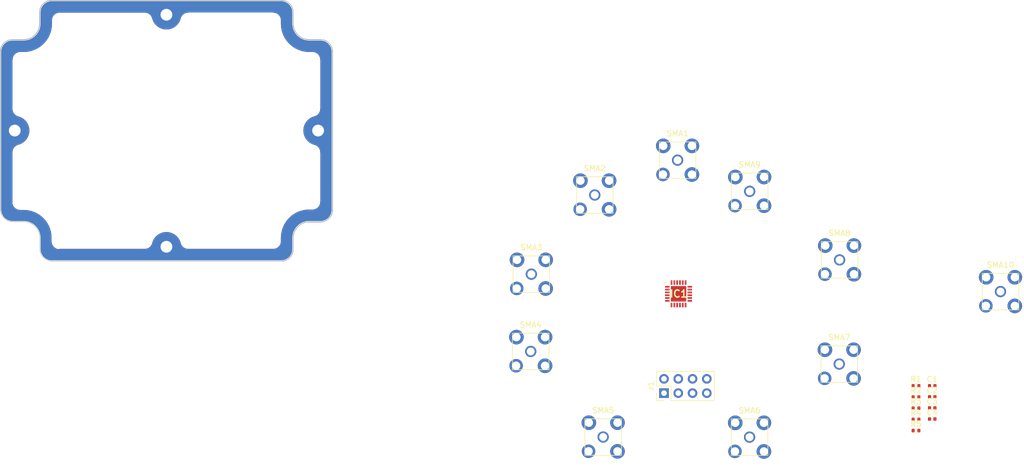
<source format=kicad_pcb>
(kicad_pcb (version 20240108) (generator "pcbnew") (generator_version "8.0")
  (layers (0 "F.Cu" signal) (31 "B.Cu" signal) (34 "B.Paste" user) (35 "F.Paste" user) (36 "B.SilkS" user "B.Silkscreen") (37 "F.SilkS" user "F.Silkscreen") (38 "B.Mask" user) (39 "F.Mask" user) (44 "Edge.Cuts" user))
  (net 0 "")
  (net 1 "GND")
  (net 2 "/Vdd")
  (net 3 "Net-(IC1-RFC)")
  (net 4 "Net-(C4-Pad2)")
  (net 5 "Net-(IC1-RF6)")
  (net 6 "Net-(IC1-RF4)")
  (net 8 "Net-(IC1-RF3)")
  (net 9 "Net-(IC1-RF2)")
  (net 10 "Net-(IC1-RF1)")
  (net 11 "Net-(IC1-V3)")
  (net 12 "Net-(IC1-RF5)")
  (net 13 "Net-(IC1-LS)")
  (net 14 "Net-(IC1-V4)")
  (net 15 "Net-(IC1-V2)")
  (net 16 "Net-(IC1-RF7)")
  (net 17 "Net-(IC1-V1)")
  (net 18 "Net-(IC1-RF8)")
  (footprint "Resistor_SMD:R_0402_1005Metric" (layer "F.Cu") (at 104.5452 93.8708)
    (property "Reference" "R3" (at 0 -1.17 0) (layer "F.SilkS"))
    (property "Value" "1K")
    (fp_line (start -0.153641 -0.38) (end 0.153641 -0.38) (stroke (width 0.12)) (layer "F.SilkS"))
    (fp_line (start -0.153641 0.38) (end 0.153641 0.38) (stroke (width 0.12)) (layer "F.SilkS"))
    (pad "1" smd roundrect (at -0.51 0) (size 0.54 0.64) (layers "F.Cu" "F.Paste" "F.Mask") (net 1 "GND"))
    (pad "2" smd roundrect (at 0.51 0) (size 0.54 0.64) (layers "F.Cu" "F.Paste" "F.Mask") (net 11 "Net-(IC1-V3)"))
  )
  (footprint "MUSIC_Lab:QFN50P400X400X90-25N" (layer "F.Cu") (at 62.2808 73.5076)
    (property "Reference" "IC1" (at 0 0 0) (layer "F.SilkS") (effects (font (size 1.27 1.27) (thickness 0.254))))
    (property "Value" "Switch_PE426482A-X" (hide yes))
    (fp_circle (center -2.4 -1.88) (end -2.4 -1.755) (stroke (width 0.25)) (fill none) (layer "F.SilkS"))
    (pad "1" smd rect (at -2 -1.25 90) (size 0.3 0.8) (layers "F.Cu" "F.Paste" "F.Mask") (net 13 "Net-(IC1-LS)"))
    (pad "2" smd rect (at -2 -0.75 90) (size 0.3 0.8) (layers "F.Cu" "F.Paste" "F.Mask") (net 9 "Net-(IC1-RF2)"))
    (pad "3" smd rect (at -2 -0.25 90) (size 0.3 0.8) (layers "F.Cu" "F.Paste" "F.Mask") (net 1 "GND"))
    (pad "4" smd rect (at -2 0.25 90) (size 0.3 0.8) (layers "F.Cu" "F.Paste" "F.Mask") (net 8 "Net-(IC1-RF3)"))
    (pad "5" smd rect (at -2 0.75 90) (size 0.3 0.8) (layers "F.Cu" "F.Paste" "F.Mask") (net 1 "GND"))
    (pad "6" smd rect (at -2 1.25 90) (size 0.3 0.8) (layers "F.Cu" "F.Paste" "F.Mask") (net 6 "Net-(IC1-RF4)"))
    (pad "7" smd rect (at -1.25 2) (size 0.3 0.8) (layers "F.Cu" "F.Paste" "F.Mask") (net 1 "GND"))
    (pad "8" smd rect (at -0.75 2) (size 0.3 0.8) (layers "F.Cu" "F.Paste" "F.Mask") (net 2 "/Vdd"))
    (pad "9" smd rect (at -0.25 2) (size 0.3 0.8) (layers "F.Cu" "F.Paste" "F.Mask") (net 17 "Net-(IC1-V1)"))
    (pad "10" smd rect (at 0.25 2) (size 0.3 0.8) (layers "F.Cu" "F.Paste" "F.Mask") (net 15 "Net-(IC1-V2)"))
    (pad "11" smd rect (at 0.75 2) (size 0.3 0.8) (layers "F.Cu" "F.Paste" "F.Mask") (net 11 "Net-(IC1-V3)"))
    (pad "12" smd rect (at 1.25 2) (size 0.3 0.8) (layers "F.Cu" "F.Paste" "F.Mask") (net 14 "Net-(IC1-V4)"))
    (pad "13" smd rect (at 2 1.25 90) (size 0.3 0.8) (layers "F.Cu" "F.Paste" "F.Mask") (net 12 "Net-(IC1-RF5)"))
    (pad "14" smd rect (at 2 0.75 90) (size 0.3 0.8) (layers "F.Cu" "F.Paste" "F.Mask") (net 1 "GND"))
    (pad "15" smd rect (at 2 0.25 90) (size 0.3 0.8) (layers "F.Cu" "F.Paste" "F.Mask") (net 5 "Net-(IC1-RF6)"))
    (pad "16" smd rect (at 2 -0.25 90) (size 0.3 0.8) (layers "F.Cu" "F.Paste" "F.Mask") (net 1 "GND"))
    (pad "17" smd rect (at 2 -0.75 90) (size 0.3 0.8) (layers "F.Cu" "F.Paste" "F.Mask") (net 16 "Net-(IC1-RF7)"))
    (pad "18" smd rect (at 2 -1.25 90) (size 0.3 0.8) (layers "F.Cu" "F.Paste" "F.Mask") (net 1 "GND"))
    (pad "19" smd rect (at 1.25 -2) (size 0.3 0.8) (layers "F.Cu" "F.Paste" "F.Mask") (net 18 "Net-(IC1-RF8)"))
    (pad "20" smd rect (at 0.75 -2) (size 0.3 0.8) (layers "F.Cu" "F.Paste" "F.Mask"))
    (pad "21" smd rect (at 0.25 -2) (size 0.3 0.8) (layers "F.Cu" "F.Paste" "F.Mask") (net 1 "GND"))
    (pad "22" smd rect (at -0.25 -2) (size 0.3 0.8) (layers "F.Cu" "F.Paste" "F.Mask") (net 3 "Net-(IC1-RFC)"))
    (pad "23" smd rect (at -0.75 -2) (size 0.3 0.8) (layers "F.Cu" "F.Paste" "F.Mask") (net 1 "GND"))
    (pad "24" smd rect (at -1.25 -2) (size 0.3 0.8) (layers "F.Cu" "F.Paste" "F.Mask") (net 10 "Net-(IC1-RF1)"))
    (pad "25" smd rect (at 0 0) (size 2.75 2.75) (layers "F.Cu" "F.Paste" "F.Mask") (net 1 "GND"))
  )
  (footprint "MUSIC_Lab:SMA_KHD_Back" (layer "F.Cu") (at 62.106 49.7232)
    (property "Reference" "SMA1" (at 0 -4.75 0) (layer "F.SilkS"))
    (property "Value" "~")
    (fp_rect (start -3.25 -3.25) (end 3.25 3.25) (stroke (width 0.12)) (fill none) (layer "F.SilkS"))
    (pad "1" thru_hole circle (at 0 0) (size 2 2) (drill 1.4) (layers "*.Cu" "*.Mask") (net 4 "Net-(C4-Pad2)"))
    (pad "2" thru_hole circle (at -2.6 2.54) (size 2.4 2.4) (drill 1.5) (layers "*.Cu" "*.Mask") (net 1 "GND"))
    (pad "2" thru_hole circle (at -2.55 -2.55) (size 2.6 2.6) (drill 1.5) (layers "*.Cu" "*.Mask") (net 1 "GND"))
    (pad "2" thru_hole circle (at 2.55 -2.55) (size 2.6 2.6) (drill 1.5) (layers "*.Cu" "*.Mask") (net 1 "GND"))
    (pad "2" thru_hole circle (at 2.55 2.55) (size 2.6 2.6) (drill 1.5) (layers "*.Cu" "*.Mask") (net 1 "GND"))
  )
  (footprint "Resistor_SMD:R_0402_1005Metric" (layer "F.Cu") (at 104.5452 91.8808)
    (property "Reference" "R2" (at 0 -1.17 0) (layer "F.SilkS"))
    (property "Value" "1K")
    (fp_line (start -0.153641 -0.38) (end 0.153641 -0.38) (stroke (width 0.12)) (layer "F.SilkS"))
    (fp_line (start -0.153641 0.38) (end 0.153641 0.38) (stroke (width 0.12)) (layer "F.SilkS"))
    (pad "1" smd roundrect (at -0.51 0) (size 0.54 0.64) (layers "F.Cu" "F.Paste" "F.Mask") (net 2 "/Vdd"))
    (pad "2" smd roundrect (at 0.51 0) (size 0.54 0.64) (layers "F.Cu" "F.Paste" "F.Mask") (net 14 "Net-(IC1-V4)"))
  )
  (footprint "MUSIC_Lab:SMA_KHD_Back" (layer "F.Cu") (at 35.9664 83.7692)
    (property "Reference" "SMA4" (at 0 -4.75 0) (layer "F.SilkS"))
    (property "Value" "~")
    (fp_rect (start -3.25 -3.25) (end 3.25 3.25) (stroke (width 0.12)) (fill none) (layer "F.SilkS"))
    (pad "1" thru_hole circle (at 0 0) (size 2 2) (drill 1.4) (layers "*.Cu" "*.Mask") (net 8 "Net-(IC1-RF3)"))
    (pad "2" thru_hole circle (at -2.6 2.54) (size 2.4 2.4) (drill 1.5) (layers "*.Cu" "*.Mask") (net 1 "GND"))
    (pad "2" thru_hole circle (at -2.55 -2.55) (size 2.6 2.6) (drill 1.5) (layers "*.Cu" "*.Mask") (net 1 "GND"))
    (pad "2" thru_hole circle (at 2.55 -2.55) (size 2.6 2.6) (drill 1.5) (layers "*.Cu" "*.Mask") (net 1 "GND"))
    (pad "2" thru_hole circle (at 2.55 2.55) (size 2.6 2.6) (drill 1.5) (layers "*.Cu" "*.Mask") (net 1 "GND"))
  )
  (footprint "MUSIC_Lab:SMA_KHD_Back" (layer "F.Cu") (at 48.8596 98.9992)
    (property "Reference" "SMA5" (at 0 -4.75 0) (layer "F.SilkS"))
    (property "Value" "~")
    (fp_rect (start -3.25 -3.25) (end 3.25 3.25) (stroke (width 0.12)) (fill none) (layer "F.SilkS"))
    (pad "1" thru_hole circle (at 0 0) (size 2 2) (drill 1.4) (layers "*.Cu" "*.Mask") (net 6 "Net-(IC1-RF4)"))
    (pad "2" thru_hole circle (at -2.6 2.54) (size 2.4 2.4) (drill 1.5) (layers "*.Cu" "*.Mask") (net 1 "GND"))
    (pad "2" thru_hole circle (at -2.55 -2.55) (size 2.6 2.6) (drill 1.5) (layers "*.Cu" "*.Mask") (net 1 "GND"))
    (pad "2" thru_hole circle (at 2.55 -2.55) (size 2.6 2.6) (drill 1.5) (layers "*.Cu" "*.Mask") (net 1 "GND"))
    (pad "2" thru_hole circle (at 2.55 2.55) (size 2.6 2.6) (drill 1.5) (layers "*.Cu" "*.Mask") (net 1 "GND"))
  )
  (footprint "MUSIC_Lab:SMA_KHD_Back" (layer "F.Cu") (at 74.9392 55.2704)
    (property "Reference" "SMA9" (at 0 -4.75 0) (layer "F.SilkS"))
    (property "Value" "~")
    (fp_rect (start -3.25 -3.25) (end 3.25 3.25) (stroke (width 0.12)) (fill none) (layer "F.SilkS"))
    (pad "1" thru_hole circle (at 0 0) (size 2 2) (drill 1.4) (layers "*.Cu" "*.Mask") (net 18 "Net-(IC1-RF8)"))
    (pad "2" thru_hole circle (at -2.6 2.54) (size 2.4 2.4) (drill 1.5) (layers "*.Cu" "*.Mask") (net 1 "GND"))
    (pad "2" thru_hole circle (at -2.55 -2.55) (size 2.6 2.6) (drill 1.5) (layers "*.Cu" "*.Mask") (net 1 "GND"))
    (pad "2" thru_hole circle (at 2.55 -2.55) (size 2.6 2.6) (drill 1.5) (layers "*.Cu" "*.Mask") (net 1 "GND"))
    (pad "2" thru_hole circle (at 2.55 2.55) (size 2.6 2.6) (drill 1.5) (layers "*.Cu" "*.Mask") (net 1 "GND"))
  )
  (footprint "Capacitor_SMD:C_0402_1005Metric" (layer "F.Cu") (at 107.4352 95.7908)
    (property "Reference" "C4" (at 0 -1.16 0) (layer "F.SilkS"))
    (property "Value" "4700 pF")
    (fp_line (start -0.107836 -0.36) (end 0.107836 -0.36) (stroke (width 0.12)) (layer "F.SilkS"))
    (fp_line (start -0.107836 0.36) (end 0.107836 0.36) (stroke (width 0.12)) (layer "F.SilkS"))
    (pad "1" smd roundrect (at -0.48 0) (size 0.56 0.62) (layers "F.Cu" "F.Paste" "F.Mask") (net 3 "Net-(IC1-RFC)"))
    (pad "2" smd roundrect (at 0.48 0) (size 0.56 0.62) (layers "F.Cu" "F.Paste" "F.Mask") (net 4 "Net-(C4-Pad2)"))
  )
  (footprint "Capacitor_SMD:C_0402_1005Metric" (layer "F.Cu") (at 107.4352 93.8208)
    (property "Reference" "C3" (at 0 -1.16 0) (layer "F.SilkS"))
    (property "Value" "100 pF")
    (fp_line (start -0.107836 -0.36) (end 0.107836 -0.36) (stroke (width 0.12)) (layer "F.SilkS"))
    (fp_line (start -0.107836 0.36) (end 0.107836 0.36) (stroke (width 0.12)) (layer "F.SilkS"))
    (pad "1" smd roundrect (at -0.48 0) (size 0.56 0.62) (layers "F.Cu" "F.Paste" "F.Mask") (net 2 "/Vdd"))
    (pad "2" smd roundrect (at 0.48 0) (size 0.56 0.62) (layers "F.Cu" "F.Paste" "F.Mask") (net 1 "GND"))
  )
  (footprint "Resistor_SMD:R_0402_1005Metric" (layer "F.Cu") (at 104.5452 95.8608)
    (property "Reference" "R4" (at 0 -1.17 0) (layer "F.SilkS"))
    (property "Value" "1K")
    (fp_line (start -0.153641 -0.38) (end 0.153641 -0.38) (stroke (width 0.12)) (layer "F.SilkS"))
    (fp_line (start -0.153641 0.38) (end 0.153641 0.38) (stroke (width 0.12)) (layer "F.SilkS"))
    (pad "1" smd roundrect (at -0.51 0) (size 0.54 0.64) (layers "F.Cu" "F.Paste" "F.Mask") (net 1 "GND"))
    (pad "2" smd roundrect (at 0.51 0) (size 0.54 0.64) (layers "F.Cu" "F.Paste" "F.Mask") (net 15 "Net-(IC1-V2)"))
  )
  (footprint "MUSIC_Lab:SMA_KHD_Back" (layer "F.Cu") (at 90.882 86.0144)
    (property "Reference" "SMA7" (at 0 -4.75 0) (layer "F.SilkS"))
    (property "Value" "~")
    (fp_rect (start -3.25 -3.25) (end 3.25 3.25) (stroke (width 0.12)) (fill none) (layer "F.SilkS"))
    (pad "1" thru_hole circle (at 0 0) (size 2 2) (drill 1.4) (layers "*.Cu" "*.Mask") (net 5 "Net-(IC1-RF6)"))
    (pad "2" thru_hole circle (at -2.6 2.54) (size 2.4 2.4) (drill 1.5) (layers "*.Cu" "*.Mask") (net 1 "GND"))
    (pad "2" thru_hole circle (at -2.55 -2.55) (size 2.6 2.6) (drill 1.5) (layers "*.Cu" "*.Mask") (net 1 "GND"))
    (pad "2" thru_hole circle (at 2.55 -2.55) (size 2.6 2.6) (drill 1.5) (layers "*.Cu" "*.Mask") (net 1 "GND"))
    (pad "2" thru_hole circle (at 2.55 2.55) (size 2.6 2.6) (drill 1.5) (layers "*.Cu" "*.Mask") (net 1 "GND"))
  )
  (footprint "MUSIC_Lab:SMA_KHD_Back" (layer "F.Cu") (at 36.078 70.0124)
    (property "Reference" "SMA3" (at 0 -4.75 0) (layer "F.SilkS"))
    (property "Value" "~")
    (fp_rect (start -3.25 -3.25) (end 3.25 3.25) (stroke (width 0.12)) (fill none) (layer "F.SilkS"))
    (pad "1" thru_hole circle (at 0 0) (size 2 2) (drill 1.4) (layers "*.Cu" "*.Mask") (net 9 "Net-(IC1-RF2)"))
    (pad "2" thru_hole circle (at -2.6 2.54) (size 2.4 2.4) (drill 1.5) (layers "*.Cu" "*.Mask") (net 1 "GND"))
    (pad "2" thru_hole circle (at -2.55 -2.55) (size 2.6 2.6) (drill 1.5) (layers "*.Cu" "*.Mask") (net 1 "GND"))
    (pad "2" thru_hole circle (at 2.55 -2.55) (size 2.6 2.6) (drill 1.5) (layers "*.Cu" "*.Mask") (net 1 "GND"))
    (pad "2" thru_hole circle (at 2.55 2.55) (size 2.6 2.6) (drill 1.5) (layers "*.Cu" "*.Mask") (net 1 "GND"))
  )
  (footprint "MUSIC_Lab:SMA_KHD_Back" (layer "F.Cu") (at 47.3648 55.9208)
    (property "Reference" "SMA2" (at 0 -4.75 0) (layer "F.SilkS"))
    (property "Value" "~")
    (fp_rect (start -3.25 -3.25) (end 3.25 3.25) (stroke (width 0.12)) (fill none) (layer "F.SilkS"))
    (pad "1" thru_hole circle (at 0 0) (size 2 2) (drill 1.4) (layers "*.Cu" "*.Mask") (net 10 "Net-(IC1-RF1)"))
    (pad "2" thru_hole circle (at -2.6 2.54) (size 2.4 2.4) (drill 1.5) (layers "*.Cu" "*.Mask") (net 1 "GND"))
    (pad "2" thru_hole circle (at -2.55 -2.55) (size 2.6 2.6) (drill 1.5) (layers "*.Cu" "*.Mask") (net 1 "GND"))
    (pad "2" thru_hole circle (at 2.55 -2.55) (size 2.6 2.6) (drill 1.5) (layers "*.Cu" "*.Mask") (net 1 "GND"))
    (pad "2" thru_hole circle (at 2.55 2.55) (size 2.6 2.6) (drill 1.5) (layers "*.Cu" "*.Mask") (net 1 "GND"))
  )
  (footprint "Connector_PinHeader_2.54mm:PinHeader_2x04_P2.54mm_Vertical" (layer "F.Cu") (at 59.69 91.186 90)
    (property "Reference" "J1" (at 1.27 -2.33 270) (layer "F.SilkS"))
    (property "Value" "Conn_02x04_Odd_Even")
    (fp_line (start 3.87 -1.33) (end 3.87 8.95) (stroke (width 0.12)) (layer "F.SilkS"))
    (fp_line (start 1.27 -1.33) (end 3.87 -1.33) (stroke (width 0.12)) (layer "F.SilkS"))
    (fp_line (start -1.33 -1.33) (end 0 -1.33) (stroke (width 0.12)) (layer "F.SilkS"))
    (fp_line (start -1.33 0) (end -1.33 -1.33) (stroke (width 0.12)) (layer "F.SilkS"))
    (fp_line (start 1.27 1.27) (end 1.27 -1.33) (stroke (width 0.12)) (layer "F.SilkS"))
    (fp_line (start -1.33 1.27) (end 1.27 1.27) (stroke (width 0.12)) (layer "F.SilkS"))
    (fp_line (start -1.33 1.27) (end -1.33 8.95) (stroke (width 0.12)) (layer "F.SilkS"))
    (fp_line (start -1.33 8.95) (end 3.87 8.95) (stroke (width 0.12)) (layer "F.SilkS"))
    (pad "1" thru_hole rect (at 0 0 90) (size 1.7 1.7) (drill 1) (layers "*.Cu" "*.Mask") (net 2 "/Vdd"))
    (pad "2" thru_hole oval (at 2.54 0 90) (size 1.7 1.7) (drill 1) (layers "*.Cu" "*.Mask") (net 17 "Net-(IC1-V1)"))
    (pad "3" thru_hole oval (at 0 2.54 90) (size 1.7 1.7) (drill 1) (layers "*.Cu" "*.Mask") (net 2 "/Vdd"))
    (pad "4" thru_hole oval (at 2.54 2.54 90) (size 1.7 1.7) (drill 1) (layers "*.Cu" "*.Mask") (net 15 "Net-(IC1-V2)"))
    (pad "5" thru_hole oval (at 0 5.08 90) (size 1.7 1.7) (drill 1) (layers "*.Cu" "*.Mask") (net 2 "/Vdd"))
    (pad "6" thru_hole oval (at 2.54 5.08 90) (size 1.7 1.7) (drill 1) (layers "*.Cu" "*.Mask") (net 11 "Net-(IC1-V3)"))
    (pad "7" thru_hole oval (at 0 7.62 90) (size 1.7 1.7) (drill 1) (layers "*.Cu" "*.Mask") (net 1 "GND"))
    (pad "8" thru_hole oval (at 2.54 7.62 90) (size 1.7 1.7) (drill 1) (layers "*.Cu" "*.Mask") (net 14 "Net-(IC1-V4)"))
  )
  (footprint "MUSIC_Lab:SMA_KHD_Back" (layer "F.Cu") (at 74.92 99.0192)
    (property "Reference" "SMA6" (at 0 -4.75 0) (layer "F.SilkS"))
    (property "Value" "~")
    (fp_rect (start -3.25 -3.25) (end 3.25 3.25) (stroke (width 0.12)) (fill none) (layer "F.SilkS"))
    (pad "1" thru_hole circle (at 0 0) (size 2 2) (drill 1.4) (layers "*.Cu" "*.Mask") (net 12 "Net-(IC1-RF5)"))
    (pad "2" thru_hole circle (at -2.6 2.54) (size 2.4 2.4) (drill 1.5) (layers "*.Cu" "*.Mask") (net 1 "GND"))
    (pad "2" thru_hole circle (at -2.55 -2.55) (size 2.6 2.6) (drill 1.5) (layers "*.Cu" "*.Mask") (net 1 "GND"))
    (pad "2" thru_hole circle (at 2.55 -2.55) (size 2.6 2.6) (drill 1.5) (layers "*.Cu" "*.Mask") (net 1 "GND"))
    (pad "2" thru_hole circle (at 2.55 2.55) (size 2.6 2.6) (drill 1.5) (layers "*.Cu" "*.Mask") (net 1 "GND"))
  )
  (footprint "Resistor_SMD:R_0402_1005Metric" (layer "F.Cu") (at 104.5452 97.8508)
    (property "Reference" "R5" (at 0 -1.17 0) (layer "F.SilkS"))
    (property "Value" "1K")
    (fp_line (start -0.153641 -0.38) (end 0.153641 -0.38) (stroke (width 0.12)) (layer "F.SilkS"))
    (fp_line (start -0.153641 0.38) (end 0.153641 0.38) (stroke (width 0.12)) (layer "F.SilkS"))
    (pad "1" smd roundrect (at -0.51 0) (size 0.54 0.64) (layers "F.Cu" "F.Paste" "F.Mask") (net 1 "GND"))
    (pad "2" smd roundrect (at 0.51 0) (size 0.54 0.64) (layers "F.Cu" "F.Paste" "F.Mask") (net 17 "Net-(IC1-V1)"))
  )
  (footprint "MUSIC_Lab:SMA_KHD_Back" (layer "F.Cu") (at 90.942 67.4724)
    (property "Reference" "SMA8" (at 0 -4.75 0) (layer "F.SilkS"))
    (property "Value" "~")
    (fp_rect (start -3.25 -3.25) (end 3.25 3.25) (stroke (width 0.12)) (fill none) (layer "F.SilkS"))
    (pad "1" thru_hole circle (at 0 0) (size 2 2) (drill 1.4) (layers "*.Cu" "*.Mask") (net 16 "Net-(IC1-RF7)"))
    (pad "2" thru_hole circle (at -2.6 2.54) (size 2.4 2.4) (drill 1.5) (layers "*.Cu" "*.Mask") (net 1 "GND"))
    (pad "2" thru_hole circle (at -2.55 -2.55) (size 2.6 2.6) (drill 1.5) (layers "*.Cu" "*.Mask") (net 1 "GND"))
    (pad "2" thru_hole circle (at 2.55 -2.55) (size 2.6 2.6) (drill 1.5) (layers "*.Cu" "*.Mask") (net 1 "GND"))
    (pad "2" thru_hole circle (at 2.55 2.55) (size 2.6 2.6) (drill 1.5) (layers "*.Cu" "*.Mask") (net 1 "GND"))
  )
  (footprint "Capacitor_SMD:C_0402_1005Metric" (layer "F.Cu") (at 107.4352 91.8508)
    (property "Reference" "C2" (at 0 -1.16 0) (layer "F.SilkS"))
    (property "Value" "0.1uF")
    (fp_line (start -0.107836 -0.36) (end 0.107836 -0.36) (stroke (width 0.12)) (layer "F.SilkS"))
    (fp_line (start -0.107836 0.36) (end 0.107836 0.36) (stroke (width 0.12)) (layer "F.SilkS"))
    (pad "1" smd roundrect (at -0.48 0) (size 0.56 0.62) (layers "F.Cu" "F.Paste" "F.Mask") (net 2 "/Vdd"))
    (pad "2" smd roundrect (at 0.48 0) (size 0.56 0.62) (layers "F.Cu" "F.Paste" "F.Mask") (net 1 "GND"))
  )
  (footprint "MUSIC_Lab:SMA_KHD_Back" (layer "F.Cu") (at 119.584 73.1112)
    (property "Reference" "SMA10" (at 0 -4.75 0) (layer "F.SilkS"))
    (property "Value" "~")
    (fp_rect (start -3.25 -3.25) (end 3.25 3.25) (stroke (width 0.12)) (fill none) (layer "F.SilkS"))
    (pad "1" thru_hole circle (at 0 0) (size 2 2) (drill 1.4) (layers "*.Cu" "*.Mask") (net 2 "/Vdd"))
    (pad "2" thru_hole circle (at -2.6 2.54) (size 2.4 2.4) (drill 1.5) (layers "*.Cu" "*.Mask") (net 1 "GND"))
    (pad "2" thru_hole circle (at -2.55 -2.55) (size 2.6 2.6) (drill 1.5) (layers "*.Cu" "*.Mask") (net 1 "GND"))
    (pad "2" thru_hole circle (at 2.55 -2.55) (size 2.6 2.6) (drill 1.5) (layers "*.Cu" "*.Mask") (net 1 "GND"))
    (pad "2" thru_hole circle (at 2.55 2.55) (size 2.6 2.6) (drill 1.5) (layers "*.Cu" "*.Mask") (net 1 "GND"))
  )
  (footprint "Resistor_SMD:R_0402_1005Metric" (layer "F.Cu") (at 104.5452 89.8908)
    (property "Reference" "R1" (at 0 -1.17 0) (layer "F.SilkS"))
    (property "Value" "0")
    (fp_line (start -0.153641 -0.38) (end 0.153641 -0.38) (stroke (width 0.12)) (layer "F.SilkS"))
    (fp_line (start -0.153641 0.38) (end 0.153641 0.38) (stroke (width 0.12)) (layer "F.SilkS"))
    (pad "1" smd roundrect (at -0.51 0) (size 0.54 0.64) (layers "F.Cu" "F.Paste" "F.Mask") (net 1 "GND"))
    (pad "2" smd roundrect (at 0.51 0) (size 0.54 0.64) (layers "F.Cu" "F.Paste" "F.Mask") (net 13 "Net-(IC1-LS)"))
  )
  (footprint "Capacitor_SMD:C_0402_1005Metric" (layer "F.Cu") (at 107.4352 89.8808)
    (property "Reference" "C1" (at 0 -1.16 0) (layer "F.SilkS"))
    (property "Value" "1uF")
    (fp_line (start -0.107836 -0.36) (end 0.107836 -0.36) (stroke (width 0.12)) (layer "F.SilkS"))
    (fp_line (start -0.107836 0.36) (end 0.107836 0.36) (stroke (width 0.12)) (layer "F.SilkS"))
    (pad "1" smd roundrect (at -0.48 0) (size 0.56 0.62) (layers "F.Cu" "F.Paste" "F.Mask") (net 2 "/Vdd"))
    (pad "2" smd roundrect (at 0.48 0) (size 0.56 0.62) (layers "F.Cu" "F.Paste" "F.Mask") (net 1 "GND"))
  )
  (footprint "MUSIC_Lab:Outline_4x3_cavity_20240512" (layer "F.Cu") (at -28.872876 44.309302)
    (property "Reference" "outline1" (hide yes))
    (property "Value" "~" (hide yes))
    (fp_poly (pts (arc (start -25.404492 -15.974002) (mid -23.353823 -16.824047) (end -22.504492 -18.875002)) (arc (start -22.504492 -20.874002) (mid -21.889417 -22.358935) (end -20.404492 -22.974002)) (arc (start 20.396139 -22.974002) (mid 21.88106 -22.358925) (end 22.49614 -20.874002)) (arc (start 22.49614 -18.875002) (mid 23.345466 -16.824037) (end 25.39614 -15.974002)) (arc (start 27.39714 -15.974002) (mid 28.881707 -15.358863) (end 29.49614 -13.874002)) (arc (start 29.496139 14.225998) (mid 28.881714 15.710866) (end 27.397139 16.325998)) (arc (start 25.396139 16.325998) (mid 23.345473 17.176039) (end 22.496139 19.226998)) (arc (start 22.496139 21.225998) (mid 21.881068 22.710927) (end 20.396139 23.325998)) (arc (start -20.404492 23.325998) (mid -21.889404 22.71091) (end -22.504492 21.225998)) (arc (start -22.504492 19.226998) (mid -23.353809 17.176022) (end -25.404492 16.325998)) (arc (start -27.405492 16.325998) (mid -28.878631 15.722186) (end -29.504261 14.258179)) (arc (start -29.504261 -13.976783) (mid -28.853937 -15.394908) (end -27.405261 -15.974002))) (stroke (width 0.2)) (fill none) (layer "Edge.Cuts"))
    (pad "1" thru_hole custom (at -27.004261 0.140698 90) (size 3 3) (drill 2.1) (layers "*.Cu" "*.Mask") (options (clearance outline) (anchor circle)) (primitives (gr_rect (start -14.117481 -2.5) (end 14.222801 -0.497917) (width 0.2) (fill yes)) (gr_arc (start 12.6147 -0.5) (mid 13.675372 -0.060672) (end 14.1147 1) (width 0.25)) (gr_line (start 14.1147 1.600114) (end 14.1147 1) (width 0.25)) (gr_arc (start 14.117481 -2.5) (mid 15.535622 -1.849688) (end 16.114702 -0.401) (width 0.2)) (gr_line (start 16.1147 1.599769) (end 16.1147 -0.401) (width 0.2)) (gr_line (start 16.1147 1.599769) (end 16.1147 -0.401) (width 0.25)) (gr_arc (start 14.117481 -2.5) (mid 15.535622 -1.849688) (end 16.114702 -0.401) (width 0.25)) (gr_arc (start 19.0157 4.499769) (mid 16.964748 3.650437) (end 16.114731 1.599769) (width 0.2)) (gr_line (start 21.0147 4.499769) (end 19.0157 4.499769) (width 0.2)) (gr_line (start 21.0147 4.499769) (end 19.0157 4.499769) (width 0.25)) (gr_arc (start 19.0157 4.499769) (mid 16.964748 3.650437) (end 16.114731 1.599769) (width 0.25)) (gr_arc (start 19.0157 6.499769) (mid 15.550656 5.064773) (end 14.114731 1.600114) (width 0.25)) (gr_line (start 19.6147 6.499769) (end 19.0157 6.499769) (width 0.25)) (gr_arc (start 19.6147 6.499769) (mid 20.675371 6.939107) (end 21.114731 7.999769) (width 0.25)) (gr_line (start 21.1147 7.999769) (end 21.1147 23.127618) (width 0.25)) (gr_rect (start 21.112509 6.371889) (end 23.1147 47.4004) (width 0.2) (fill yes)) (gr_arc (start 19.99045 29.420376) (mid 20.800772 29.954303) (end 21.114651 30.872551) (width 0.25)) (gr_arc (start 19.99045 29.420376) (mid 18.116688 27.000081) (end 19.990448 24.579785) (width 0.25)) (gr_arc (start 21.0147 4.499769) (mid 22.499635 5.114843) (end 23.114731 6.599769) (width 0.2)) (gr_arc (start 21.0147 4.499769) (mid 22.499635 5.114843) (end 23.114731 6.599769) (width 0.25)) (gr_arc (start 21.1147 23.127618) (mid 20.800793 24.045884) (end 19.990464 24.579849) (width 0.25)) (gr_arc (start 21.1147 46.000401) (mid 20.67536 47.061061) (end 19.6147 47.5004) (width 0.25)) (gr_line (start 19.6147 47.500401) (end 19.0157 47.500401) (width 0.25)) (gr_arc (start 14.1147 52.400056) (mid 15.550642 48.935391) (end 19.0157 47.5004) (width 0.25)) (gr_line (start 14.1147 52.400056) (end 14.1147 53.000401) (width 0.25)) (gr_arc (start 14.1147 53.000401) (mid 13.67536 54.061061) (end 12.6147 54.5004) (width 0.25)) (gr_rect (start -14.0853 54.500401) (end 14.2447 56.5004) (width 0.2) (fill yes)) (gr_arc (start -14.0853 56.5004) (mid -15.570168 55.885975) (end -16.1853 54.4014) (width 0.2)) (gr_line (start -16.1853 52.4004) (end -16.1853 54.4014) (width 0.2)) (gr_line (start -16.1853 52.4004) (end -16.1853 54.4014) (width 0.25)) (gr_arc (start -19.0863 49.5004) (mid -17.035341 50.349734) (end -16.1853 52.4004) (width 0.2)) (gr_line (start -21.0853 49.5004) (end -19.0863 49.5004) (width 0.2)) (gr_line (start -21.0853 49.5004) (end -19.0863 49.5004) (width 0.25)) (gr_arc (start -21.0853 49.5004) (mid -22.570229 48.885329) (end -23.1853 47.4004) (width 0.2)) (gr_rect (start -23.183183 6.462267) (end -21.1853 47.4604) (width 0.2) (fill yes)) (gr_line (start -21.1853 23.127101) (end -21.1853 7.999769) (width 0.25)) (gr_line (start -21.1853 46.0004) (end -21.1853 30.873068) (width 0.25)) (gr_arc (start -21.1853 30.873068) (mid -20.871142 29.954518) (end -20.0603 29.420699) (width 0.25)) (gr_arc (start -21.0853 49.5004) (mid -22.570229 48.885329) (end -23.1853 47.4004) (width 0.25)) (gr_arc (start -20.0603 24.57947) (mid -20.871159 24.045664) (end -21.1853 23.127101) (width 0.25)) (gr_arc (start -20.0603 24.57947) (mid -18.185297 27.000085) (end -20.0603 29.4207) (width 0.25)) (gr_arc (start -19.6853 47.5004) (mid -20.745965 47.061065) (end -21.1853 46.0004) (width 0.25)) (gr_line (start -19.6853 47.5004) (end -19.0863 47.5004) (width 0.25)) (gr_arc (start -19.0863 47.5004) (mid -15.62125 48.935399) (end -14.1853 52.400055) (width 0.25)) (gr_line (start -14.1853 52.400055) (end -14.1853 53.000401) (width 0.25)) (gr_arc (start -19.0863 49.5004) (mid -17.035341 50.349734) (end -16.1853 52.4004) (width 0.25)) (gr_arc (start -14.0853 56.5004) (mid -15.570168 55.885975) (end -16.1853 54.4014) (width 0.25)) (gr_arc (start -12.6853 54.500401) (mid -13.745965 54.061066) (end -14.1853 53.000401) (width 0.25)) (gr_arc (start -2.421076 53.374327) (mid -2.954731 54.185906) (end -3.873721 54.500401) (width 0.25)) (gr_arc (start -2.421076 53.374327) (mid 0 51.497537) (end 2.421076 53.374327) (width 0.25)) (gr_arc (start 3.873722 54.500401) (mid 2.954715 54.185929) (end 2.421078 53.374327) (width 0.25)) (gr_arc (start 16.1147 54.401401) (mid 15.499563 55.885971) (end 14.0147 56.5004) (width 0.2)) (gr_line (start 16.1147 52.400401) (end 16.1147 54.401401) (width 0.2)) (gr_line (start 16.1147 52.400401) (end 16.1147 54.401401) (width 0.25)) (gr_arc (start 16.1147 52.400401) (mid 16.964736 50.34973) (end 19.0157 49.5004) (width 0.2)) (gr_line (start 21.0147 49.500401) (end 19.0157 49.500401) (width 0.2)) (gr_line (start 21.0147 49.500401) (end 19.0157 49.500401) (width 0.25)) (gr_arc (start 16.1147 52.400401) (mid 16.964736 50.34973) (end 19.0157 49.5004) (width 0.25)) (gr_arc (start 16.1147 54.401401) (mid 15.499563 55.885971) (end 14.0147 56.5004) (width 0.25)) (gr_arc (start 23.1147 47.4004) (mid 22.499624 48.885324) (end 21.0147 49.5004) (width 0.2)) (gr_arc (start 23.1147 47.4004) (mid 22.499624 48.885324) (end 21.0147 49.5004) (width 0.25)) (gr_circle (center -20.6853 27.000084) (end -19.6853 27.000084) (width 0.25) (fill no)) (gr_circle (center 0 0) (end 1 0) (width 0.25) (fill no)) (gr_circle (center 0 53.997537) (end 1 53.997537) (width 0.25) (fill no)) (gr_circle (center 20.6167 27.000084) (end 21.6167 27.000084) (width 0.25) (fill no)) (gr_poly (pts (arc (start -21.1853 23.127101) (mid -20.871163 24.045663) (end -20.0603 24.57947)) (arc (start -20.0603 24.57947) (mid -18.185301 27.000084) (end -20.0603 29.420699)) (arc (start -20.0603 29.420699) (mid -20.871145 29.954523) (end -21.1853 30.873068)) (xy -23.151039 31.079387) (xy -23.131039 23.069387)) (width 0.2) (fill yes)) (gr_poly (pts (arc (start -3.873721 54.500401) (mid -2.955159 54.186264) (end -2.421352 53.375401)) (arc (start -2.421352 53.375401) (mid -0.000738 51.500402) (end 2.419877 53.375401)) (arc (start 2.419877 53.375401) (mid 2.953701 54.186246) (end 3.872246 54.500401)) (xy 4.078565 56.46614) (xy -3.931435 56.44614)) (width 0.2) (fill yes)) (gr_poly (pts (arc (start 3.872984 -0.5) (mid 2.954422 -0.185863) (end 2.420615 0.625)) (arc (start 2.420615 0.625) (mid 0.000001 2.499999) (end -2.420614 0.625)) (arc (start -2.420614 0.625) (mid -2.954438 -0.185845) (end -3.872983 -0.5)) (xy -4.079302 -2.465739) (xy 3.930698 -2.445739)) (width 0.2) (fill yes)) (gr_poly (pts (arc (start 21.1147 30.872551) (mid 20.800563 29.953989) (end 19.9897 29.420182)) (arc (start 19.9897 29.420182) (mid 18.114701 26.999568) (end 19.9897 24.578953)) (arc (start 19.9897 24.578953) (mid 20.800545 24.045129) (end 21.1147 23.126584)) (xy 23.080439 22.920265) (xy 23.060439 30.930265)) (width 0.2) (fill yes)) (gr_poly (pts (arc (start -14.185531 53.0004) (mid -13.746175 54.061052) (end -12.685531 54.5004)) (arc (start -14.085531 56.5004) (mid -15.570439 55.885316) (end -16.185531 54.4004)) (arc (start -16.185531 52.4014) (mid -17.034844 50.350429) (end -19.085531 49.5004)) (arc (start -21.086531 49.5004) (mid -22.559667 48.896592) (end -23.1853 47.432581)) (arc (start -21.1853 46.0004) (mid -20.745964 47.061063) (end -19.6853 47.5004)) (arc (start -19.085187 47.5004) (mid -15.620509 48.936337) (end -14.185531 52.4014))) (width 0.1) (fill yes)) (gr_poly (pts (arc (start 14.114931 0.999769) (mid 13.675575 -0.060883) (end 12.614931 -0.500231)) (arc (start 14.014931 -2.500231) (mid 15.499839 -1.885147) (end 16.114931 -0.400231)) (arc (start 16.114931 1.598769) (mid 16.964244 3.64974) (end 19.014931 4.499769)) (arc (start 21.015931 4.499769) (mid 22.489067 5.103577) (end 23.1147 6.567588)) (arc (start 21.1147 7.999769) (mid 20.675364 6.939106) (end 19.6147 6.499769)) (arc (start 19.014587 6.499769) (mid 15.549909 5.063832) (end 14.114931 1.598769))) (width 0.1) (fill yes)) (gr_poly (pts (arc (start 19.6147 47.500401) (mid 20.675352 47.061045) (end 21.1147 46.000401)) (arc (start 23.1147 47.400401) (mid 22.499616 48.885309) (end 21.0147 49.500401)) (arc (start 19.0157 49.500401) (mid 16.964729 50.349714) (end 16.1147 52.400401)) (arc (start 16.1147 54.401401) (mid 15.510892 55.874537) (end 14.046881 56.50017)) (arc (start 12.6147 54.50017) (mid 13.675363 54.060834) (end 14.1147 53.00017)) (arc (start 14.1147 52.400057) (mid 15.550637 48.935379) (end 19.0157 47.500401))) (width 0.1) (fill yes)) (gr_poly (pts (arc (start -19.6853 6.499769) (mid -20.745952 6.939125) (end -21.1853 7.999769)) (arc (start -23.1853 6.599769) (mid -22.570216 5.114861) (end -21.0853 4.499769)) (arc (start -19.0863 4.499769) (mid -17.035329 3.650456) (end -16.1853 1.599769)) (arc (start -16.1853 -0.401231) (mid -15.581492 -1.874367) (end -14.117481 -2.5)) (arc (start -12.6853 -0.5) (mid -13.745963 -0.060664) (end -14.1853 1)) (arc (start -14.1853 1.600113) (mid -15.621237 5.064791) (end -19.0863 6.499769))) (width 0.1) (fill yes))))
    (pad "1" thru_hole circle (at -0.004177 -20.476002 90) (size 3 3) (drill 2.1) (layers "*.Cu" "*.Mask"))
    (pad "1" thru_hole circle (at -0.004177 20.825998 90) (size 3 3) (drill 2.1) (layers "*.Cu" "*.Mask"))
    (pad "1" thru_hole circle (at 26.993276 0.140698 90) (size 3 3) (drill 2.1) (layers "*.Cu" "*.Mask"))
  )
)
</source>
